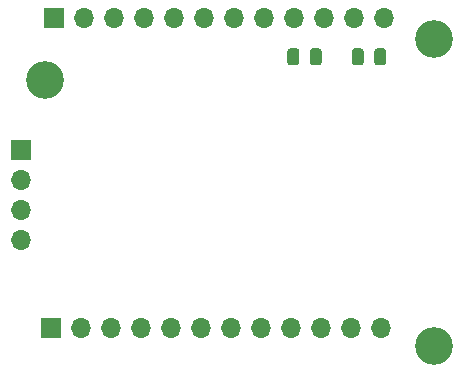
<source format=gbr>
%TF.GenerationSoftware,KiCad,Pcbnew,(5.1.9)-1*%
%TF.CreationDate,2021-10-14T16:01:30-04:00*%
%TF.ProjectId,ModularPreamp,4d6f6475-6c61-4725-9072-65616d702e6b,rev?*%
%TF.SameCoordinates,Original*%
%TF.FileFunction,Soldermask,Bot*%
%TF.FilePolarity,Negative*%
%FSLAX46Y46*%
G04 Gerber Fmt 4.6, Leading zero omitted, Abs format (unit mm)*
G04 Created by KiCad (PCBNEW (5.1.9)-1) date 2021-10-14 16:01:30*
%MOMM*%
%LPD*%
G01*
G04 APERTURE LIST*
%ADD10C,3.200000*%
%ADD11O,1.700000X1.700000*%
%ADD12R,1.700000X1.700000*%
G04 APERTURE END LIST*
D10*
%TO.C,H3*%
X181500000Y-90500000D03*
%TD*%
%TO.C,H2*%
X181500000Y-116500000D03*
%TD*%
%TO.C,H1*%
X148500000Y-94000000D03*
%TD*%
D11*
%TO.C,J1*%
X146500000Y-107500000D03*
X146500000Y-104960000D03*
X146500000Y-102420000D03*
D12*
X146500000Y-99880000D03*
%TD*%
%TO.C,C4*%
G36*
G01*
X175500000Y-91525000D02*
X175500000Y-92475000D01*
G75*
G02*
X175250000Y-92725000I-250000J0D01*
G01*
X174750000Y-92725000D01*
G75*
G02*
X174500000Y-92475000I0J250000D01*
G01*
X174500000Y-91525000D01*
G75*
G02*
X174750000Y-91275000I250000J0D01*
G01*
X175250000Y-91275000D01*
G75*
G02*
X175500000Y-91525000I0J-250000D01*
G01*
G37*
G36*
G01*
X177400000Y-91525000D02*
X177400000Y-92475000D01*
G75*
G02*
X177150000Y-92725000I-250000J0D01*
G01*
X176650000Y-92725000D01*
G75*
G02*
X176400000Y-92475000I0J250000D01*
G01*
X176400000Y-91525000D01*
G75*
G02*
X176650000Y-91275000I250000J0D01*
G01*
X177150000Y-91275000D01*
G75*
G02*
X177400000Y-91525000I0J-250000D01*
G01*
G37*
%TD*%
%TO.C,C2*%
G36*
G01*
X170050000Y-91525000D02*
X170050000Y-92475000D01*
G75*
G02*
X169800000Y-92725000I-250000J0D01*
G01*
X169300000Y-92725000D01*
G75*
G02*
X169050000Y-92475000I0J250000D01*
G01*
X169050000Y-91525000D01*
G75*
G02*
X169300000Y-91275000I250000J0D01*
G01*
X169800000Y-91275000D01*
G75*
G02*
X170050000Y-91525000I0J-250000D01*
G01*
G37*
G36*
G01*
X171950000Y-91525000D02*
X171950000Y-92475000D01*
G75*
G02*
X171700000Y-92725000I-250000J0D01*
G01*
X171200000Y-92725000D01*
G75*
G02*
X170950000Y-92475000I0J250000D01*
G01*
X170950000Y-91525000D01*
G75*
G02*
X171200000Y-91275000I250000J0D01*
G01*
X171700000Y-91275000D01*
G75*
G02*
X171950000Y-91525000I0J-250000D01*
G01*
G37*
%TD*%
D11*
%TO.C,J18*%
X177190000Y-88750000D03*
X174650000Y-88750000D03*
X172110000Y-88750000D03*
X169570000Y-88750000D03*
X167030000Y-88750000D03*
X164490000Y-88750000D03*
X161950000Y-88750000D03*
X159410000Y-88750000D03*
X156870000Y-88750000D03*
X154330000Y-88750000D03*
X151790000Y-88750000D03*
D12*
X149250000Y-88750000D03*
%TD*%
D11*
%TO.C,J22*%
X176940000Y-115000000D03*
X174400000Y-115000000D03*
X171860000Y-115000000D03*
X169320000Y-115000000D03*
X166780000Y-115000000D03*
X164240000Y-115000000D03*
X161700000Y-115000000D03*
X159160000Y-115000000D03*
X156620000Y-115000000D03*
X154080000Y-115000000D03*
X151540000Y-115000000D03*
D12*
X149000000Y-115000000D03*
%TD*%
M02*

</source>
